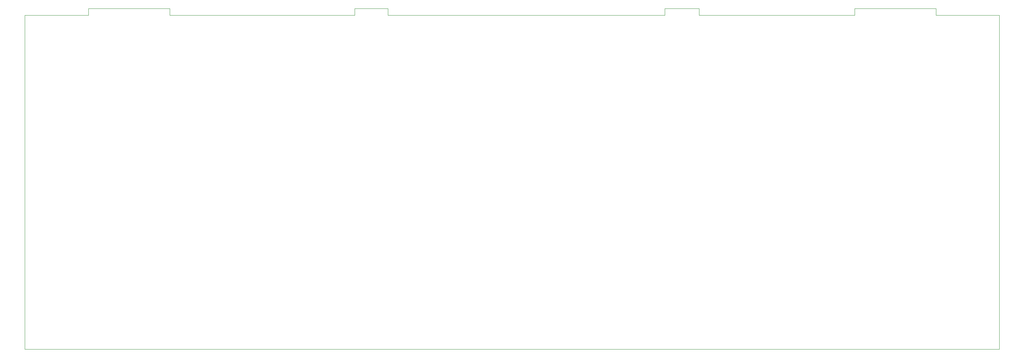
<source format=gbr>
G04 #@! TF.GenerationSoftware,KiCad,Pcbnew,(5.1.4-0-10_14)*
G04 #@! TF.CreationDate,2019-11-23T21:53:27+01:00*
G04 #@! TF.ProjectId,MVMEPI,4d564d45-5049-42e6-9b69-6361645f7063,rev?*
G04 #@! TF.SameCoordinates,Original*
G04 #@! TF.FileFunction,Profile,NP*
%FSLAX46Y46*%
G04 Gerber Fmt 4.6, Leading zero omitted, Abs format (unit mm)*
G04 Created by KiCad (PCBNEW (5.1.4-0-10_14)) date 2019-11-23 21:53:27*
%MOMM*%
%LPD*%
G04 APERTURE LIST*
%ADD10C,0.100000*%
G04 APERTURE END LIST*
D10*
X231250000Y-58400000D02*
X250750000Y-58400000D01*
X231250000Y-60000000D02*
X231250000Y-58400000D01*
X250750000Y-60000000D02*
X250750000Y-58400000D01*
X194000000Y-58400000D02*
X185750000Y-58400000D01*
X194000000Y-60000000D02*
X194000000Y-58400000D01*
X185750000Y-60000000D02*
X185750000Y-58400000D01*
X111500000Y-58400000D02*
X119500000Y-58400000D01*
X119500000Y-60000000D02*
X119500000Y-58400000D01*
X111500000Y-60000000D02*
X111500000Y-58400000D01*
X67250000Y-58400000D02*
X47750000Y-58400000D01*
X67250000Y-60000000D02*
X67250000Y-58400000D01*
X47750000Y-60000000D02*
X47750000Y-58400000D01*
X47750000Y-60000000D02*
X32500000Y-60000000D01*
X111500000Y-60000000D02*
X67250000Y-60000000D01*
X155750000Y-60000000D02*
X119500000Y-60000000D01*
X185750000Y-60000000D02*
X155750000Y-60000000D01*
X211250000Y-60000000D02*
X194000000Y-60000000D01*
X231250000Y-60000000D02*
X211250000Y-60000000D01*
X265900000Y-60000000D02*
X250750000Y-60000000D01*
X265900000Y-140000000D02*
X32500000Y-140000000D01*
X265900000Y-60000000D02*
X265900000Y-140000000D01*
X32500000Y-60000000D02*
X32500000Y-140000000D01*
M02*

</source>
